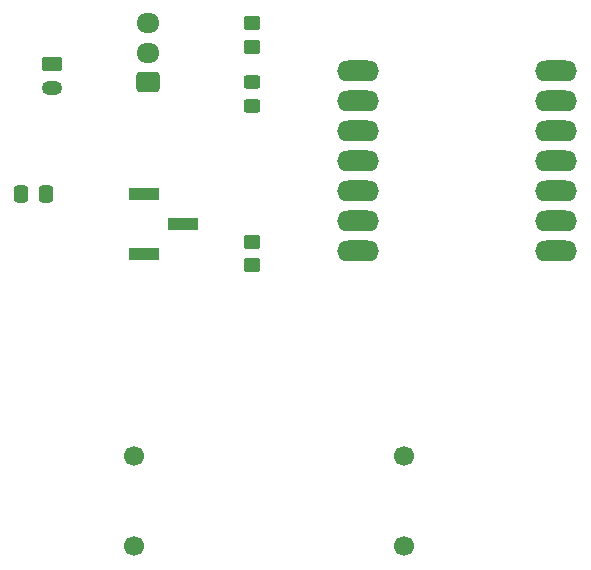
<source format=gts>
%TF.GenerationSoftware,KiCad,Pcbnew,8.0.8*%
%TF.CreationDate,2025-02-12T14:25:56-08:00*%
%TF.ProjectId,jazmyn_hwsw,6a617a6d-796e-45f6-9877-73772e6b6963,rev?*%
%TF.SameCoordinates,Original*%
%TF.FileFunction,Soldermask,Top*%
%TF.FilePolarity,Negative*%
%FSLAX46Y46*%
G04 Gerber Fmt 4.6, Leading zero omitted, Abs format (unit mm)*
G04 Created by KiCad (PCBNEW 8.0.8) date 2025-02-12 14:25:56*
%MOMM*%
%LPD*%
G01*
G04 APERTURE LIST*
G04 Aperture macros list*
%AMRoundRect*
0 Rectangle with rounded corners*
0 $1 Rounding radius*
0 $2 $3 $4 $5 $6 $7 $8 $9 X,Y pos of 4 corners*
0 Add a 4 corners polygon primitive as box body*
4,1,4,$2,$3,$4,$5,$6,$7,$8,$9,$2,$3,0*
0 Add four circle primitives for the rounded corners*
1,1,$1+$1,$2,$3*
1,1,$1+$1,$4,$5*
1,1,$1+$1,$6,$7*
1,1,$1+$1,$8,$9*
0 Add four rect primitives between the rounded corners*
20,1,$1+$1,$2,$3,$4,$5,0*
20,1,$1+$1,$4,$5,$6,$7,0*
20,1,$1+$1,$6,$7,$8,$9,0*
20,1,$1+$1,$8,$9,$2,$3,0*%
G04 Aperture macros list end*
%ADD10RoundRect,0.250000X0.450000X-0.325000X0.450000X0.325000X-0.450000X0.325000X-0.450000X-0.325000X0*%
%ADD11RoundRect,0.250000X-0.337500X-0.475000X0.337500X-0.475000X0.337500X0.475000X-0.337500X0.475000X0*%
%ADD12RoundRect,0.250000X-0.450000X0.350000X-0.450000X-0.350000X0.450000X-0.350000X0.450000X0.350000X0*%
%ADD13RoundRect,0.250000X0.725000X-0.600000X0.725000X0.600000X-0.725000X0.600000X-0.725000X-0.600000X0*%
%ADD14O,1.950000X1.700000*%
%ADD15R,2.510000X1.000000*%
%ADD16RoundRect,0.250000X-0.625000X0.350000X-0.625000X-0.350000X0.625000X-0.350000X0.625000X0.350000X0*%
%ADD17O,1.750000X1.200000*%
%ADD18O,3.556000X1.778000*%
%ADD19C,1.700000*%
G04 APERTURE END LIST*
D10*
%TO.C,D1*%
X96000000Y-76525000D03*
X96000000Y-74475000D03*
%TD*%
D11*
%TO.C,C1*%
X76462500Y-84000000D03*
X78537500Y-84000000D03*
%TD*%
D12*
%TO.C,R1*%
X96000000Y-69500000D03*
X96000000Y-71500000D03*
%TD*%
D13*
%TO.C,SW1*%
X87200000Y-74500000D03*
D14*
X87200000Y-72000000D03*
X87200000Y-69500000D03*
%TD*%
D15*
%TO.C,J1*%
X86845000Y-89040000D03*
X90155000Y-86500000D03*
X86845000Y-83960000D03*
%TD*%
D16*
%TO.C,BT1*%
X79050000Y-73000000D03*
D17*
X79050000Y-75000000D03*
%TD*%
D12*
%TO.C,R2*%
X96000000Y-88000000D03*
X96000000Y-90000000D03*
%TD*%
D18*
%TO.C,U1*%
X121762000Y-73550000D03*
X121762000Y-76090000D03*
X121762000Y-78630000D03*
X121762000Y-81170000D03*
X121762000Y-83710000D03*
X121762000Y-86250000D03*
X121762000Y-88790000D03*
X104998000Y-73550000D03*
X104998000Y-76090000D03*
X104998000Y-78630000D03*
X104998000Y-81170000D03*
X104998000Y-83710000D03*
X104998000Y-86250000D03*
X104998000Y-88790000D03*
%TD*%
D19*
%TO.C,M1*%
X86070000Y-106190000D03*
X86070000Y-113810000D03*
X108930000Y-113810000D03*
X108930000Y-106190000D03*
%TD*%
M02*

</source>
